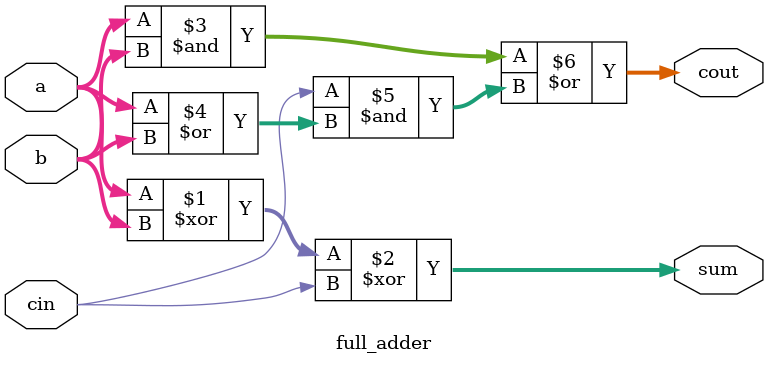
<source format=v>
module top_module( 
    input [2:0] a, b,
    input cin,
    output [2:0] cout,
    output [2:0] sum
);
  
   full_adder fa0 (
        .a(a[0]),
        .b(b[0]),
        .cin(cin),
        .sum(sum[0]),
        .cout(cout[0])
    );

    full_adder fa1 (
        .a(a[1]),
        .b(b[1]),
        .cin(cout[0]),
        .sum(sum[1]),
        .cout(cout[1])
    );

    full_adder fa2 (
        .a(a[2]),
        .b(b[2]),
        .cin(cout[1]),
        .sum(sum[2]),
        .cout(cout[2])  
    );    

endmodule

module full_adder(
    input [2:0]a,b,
    input cin,
    output [2:0]cout,
    output [2:0]sum
);
  
    assign sum=a^b^cin;
    assign cout=a&b|cin&(a|b);
  
endmodule

</source>
